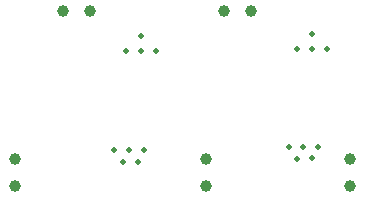
<source format=gbr>
%TF.GenerationSoftware,Altium Limited,Altium Designer,24.4.1 (13)*%
G04 Layer_Color=0*
%FSLAX45Y45*%
%MOMM*%
%TF.SameCoordinates,7B1AB626-E082-4622-BD47-E970353866B2*%
%TF.FilePolarity,Positive*%
%TF.FileFunction,Plated,1,2,PTH,Drill*%
%TF.Part,Single*%
G01*
G75*
%TA.AperFunction,ComponentDrill*%
%ADD26C,1.00000*%
%ADD27C,1.00000*%
%TA.AperFunction,ViaDrill,NotFilled*%
%ADD28C,0.50800*%
D26*
X6705191Y10741789D02*
D03*
Y10513189D02*
D03*
X9548412Y10741789D02*
D03*
Y10513189D02*
D03*
X8325374D02*
D03*
Y10741789D02*
D03*
D27*
X8708623Y12000315D02*
D03*
X8480023D02*
D03*
X7339500D02*
D03*
X7110900D02*
D03*
D28*
X9225000Y11800000D02*
D03*
X7772400Y11785600D02*
D03*
X9100000Y11675000D02*
D03*
X9225000Y11675000D02*
D03*
X9350000D02*
D03*
X7645400Y11658600D02*
D03*
X7772400D02*
D03*
X7899400D02*
D03*
X7620000Y10718800D02*
D03*
X7550000Y10825000D02*
D03*
X7675000D02*
D03*
X7800000D02*
D03*
X7747000Y10718800D02*
D03*
X9225000Y10750000D02*
D03*
X9093200Y10744200D02*
D03*
X9025000Y10850000D02*
D03*
X9150000D02*
D03*
X9275000D02*
D03*
%TF.MD5,bb68005709e00132c80fc8f8b31dd389*%
M02*

</source>
